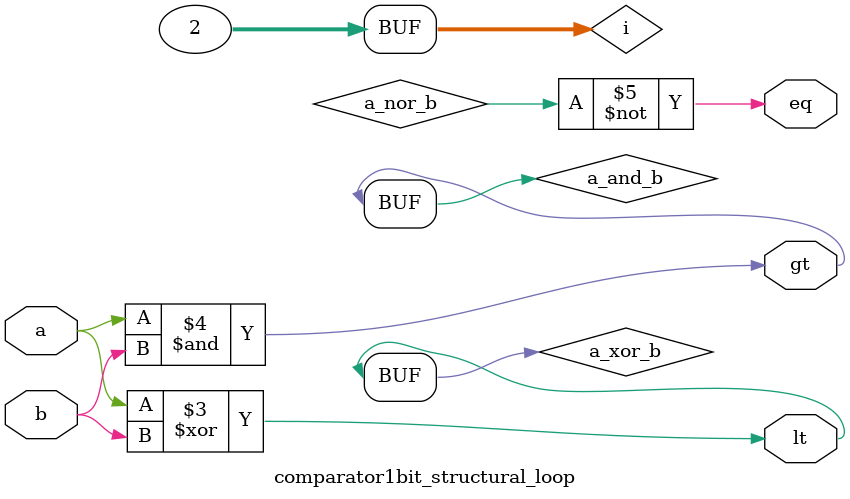
<source format=v>
module comparator1bit_structural_loop(input a, input b, output reg eq, output reg gt, output reg lt);

    reg a_xor_b, a_and_b;
    reg a_nor_b;

    integer i;
    always @* begin
        for (i = 0; i < 2; i = i + 1) begin
            case(i)
                0: a_xor_b = a ^ b;
                1: a_and_b = a & b;
                2: a_nor_b = ~(a | b);
            endcase
        end
    end

    assign eq = ~a_nor_b;
    assign gt = a_and_b;
    assign lt = a_xor_b;

endmodule

</source>
